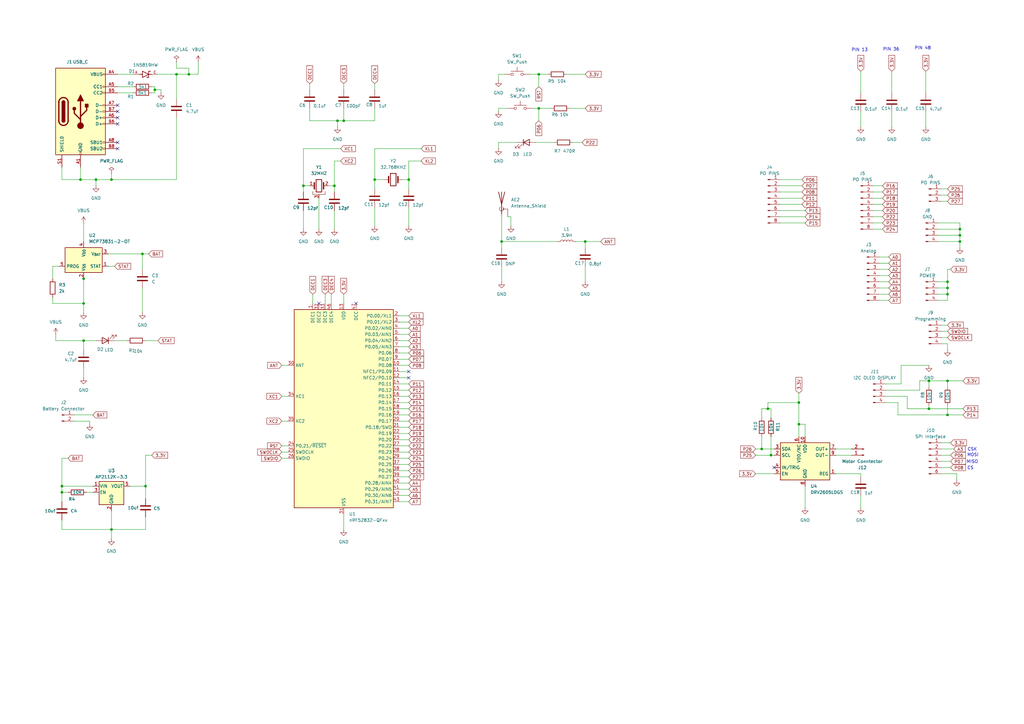
<source format=kicad_sch>
(kicad_sch (version 20231120) (generator "eeschema") (generator_version "8.0")
  (paper "A3")
  (title_block (title "nRF52832 BLE MCU Prototyping Board") (date "2025-01-30") (rev "V1") (company "Hack4Electronics"))
  (junction (at 327.66 173.99))
  (junction (at 167.64 73.66))
  (junction (at 45.72 217.17))
  (junction (at 220.98 44.45))
  (junction (at 33.02 73.66))
  (junction (at 327.66 165.1))
  (junction (at 388.62 115.57))
  (junction (at 388.62 120.65))
  (junction (at 393.7 93.98))
  (junction (at 388.62 170.18))
  (junction (at 59.69 199.39))
  (junction (at 316.23 186.69))
  (junction (at 314.96 167.64))
  (junction (at 205.74 99.06))
  (junction (at 34.29 114.3))
  (junction (at 138.43 49.53))
  (junction (at 77.47 30.48))
  (junction (at 39.37 73.66))
  (junction (at 124.46 76.2))
  (junction (at 381 156.21))
  (junction (at 137.16 76.2))
  (junction (at 63.5 36.83))
  (junction (at 25.4 201.93))
  (junction (at 58.42 104.14))
  (junction (at 72.39 30.48))
  (junction (at 312.42 184.15))
  (junction (at 45.72 73.66))
  (junction (at 153.67 73.66))
  (junction (at 140.97 49.53))
  (junction (at 240.03 99.06))
  (junction (at 25.4 199.39))
  (junction (at 220.98 30.48))
  (junction (at 388.62 118.11))
  (junction (at 34.29 124.46))
  (junction (at 34.29 139.7))
  (junction (at 393.7 99.06))
  (junction (at 393.7 96.52))
  (junction (at 388.62 156.21))
  (junction (at 381 167.64))
  (no_connect (at 167.64 152.4))
  (no_connect (at 48.26 58.42))
  (no_connect (at 146.05 124.46))
  (no_connect (at 48.26 48.26))
  (no_connect (at 167.64 154.94))
  (no_connect (at 317.5 191.77))
  (no_connect (at 48.26 60.96))
  (no_connect (at 130.81 124.46))
  (no_connect (at 48.26 43.18))
  (no_connect (at 48.26 50.8))
  (no_connect (at 48.26 45.72))
  (wire (pts (xy 209.55 88.9) (xy 209.55 92.71)))
  (wire (pts (xy 48.26 30.48) (xy 54.61 30.48)))
  (wire (pts (xy 342.9 184.15) (xy 349.25 184.15)))
  (wire (pts (xy 381 156.21) (xy 381 158.75)))
  (wire (pts (xy 34.29 91.44) (xy 34.29 99.06)))
  (wire (pts (xy 138.43 49.53) (xy 140.97 49.53)))
  (wire (pts (xy 153.67 73.66) (xy 157.48 73.66)))
  (wire (pts (xy 386.08 80.01) (xy 388.62 80.01)))
  (wire (pts (xy 312.42 184.15) (xy 317.5 184.15)))
  (wire (pts (xy 167.64 66.04) (xy 167.64 73.66)))
  (wire (pts (xy 124.46 76.2) (xy 127 76.2)))
  (wire (pts (xy 140.97 210.82) (xy 140.97 217.17)))
  (wire (pts (xy 172.72 60.96) (xy 153.67 60.96)))
  (wire (pts (xy 33.02 68.58) (xy 33.02 73.66)))
  (wire (pts (xy 316.23 167.64) (xy 316.23 171.45)))
  (wire (pts (xy 360.68 118.11) (xy 364.49 118.11)))
  (wire (pts (xy 365.76 45.72) (xy 365.76 52.07)))
  (wire (pts (xy 363.22 162.56) (xy 372.11 162.56)))
  (wire (pts (xy 153.67 34.29) (xy 153.67 36.83)))
  (wire (pts (xy 163.83 170.18) (xy 167.64 170.18)))
  (wire (pts (xy 58.42 118.11) (xy 58.42 128.27)))
  (wire (pts (xy 77.47 30.48) (xy 81.28 30.48)))
  (wire (pts (xy 163.83 160.02) (xy 167.64 160.02)))
  (wire (pts (xy 163.83 177.8) (xy 167.64 177.8)))
  (wire (pts (xy 66.04 38.1) (xy 66.04 36.83)))
  (wire (pts (xy 34.29 113.03) (xy 34.29 114.3)))
  (wire (pts (xy 34.29 124.46) (xy 34.29 128.27)))
  (wire (pts (xy 386.08 135.89) (xy 388.62 135.89)))
  (wire (pts (xy 139.7 60.96) (xy 124.46 60.96)))
  (wire (pts (xy 59.69 186.69) (xy 59.69 199.39)))
  (wire (pts (xy 320.04 81.28) (xy 328.93 81.28)))
  (wire (pts (xy 172.72 66.04) (xy 167.64 66.04)))
  (wire (pts (xy 115.57 185.42) (xy 118.11 185.42)))
  (wire (pts (xy 30.48 170.18) (xy 38.1 170.18)))
  (wire (pts (xy 358.14 86.36) (xy 361.95 86.36)))
  (wire (pts (xy 62.23 38.1) (xy 63.5 38.1)))
  (wire (pts (xy 330.2 173.99) (xy 330.2 179.07)))
  (wire (pts (xy 342.9 186.69) (xy 349.25 186.69)))
  (wire (pts (xy 38.1 199.39) (xy 25.4 199.39)))
  (wire (pts (xy 163.83 157.48) (xy 167.64 157.48)))
  (wire (pts (xy 62.23 186.69) (xy 59.69 186.69)))
  (wire (pts (xy 115.57 182.88) (xy 118.11 182.88)))
  (wire (pts (xy 233.68 44.45) (xy 240.03 44.45)))
  (wire (pts (xy 369.57 149.86) (xy 381 149.86)))
  (wire (pts (xy 53.34 199.39) (xy 59.69 199.39)))
  (wire (pts (xy 63.5 36.83) (xy 63.5 35.56)))
  (wire (pts (xy 163.83 162.56) (xy 167.64 162.56)))
  (wire (pts (xy 386.08 191.77) (xy 389.89 191.77)))
  (wire (pts (xy 137.16 76.2) (xy 137.16 78.74)))
  (wire (pts (xy 163.83 200.66) (xy 167.64 200.66)))
  (wire (pts (xy 135.89 120.65) (xy 135.89 124.46)))
  (wire (pts (xy 312.42 171.45) (xy 312.42 167.64)))
  (wire (pts (xy 163.83 185.42) (xy 167.64 185.42)))
  (wire (pts (xy 327.66 173.99) (xy 327.66 179.07)))
  (wire (pts (xy 163.83 187.96) (xy 167.64 187.96)))
  (wire (pts (xy 21.59 114.3) (xy 21.59 109.22)))
  (wire (pts (xy 72.39 30.48) (xy 77.47 30.48)))
  (wire (pts (xy 220.98 30.48) (xy 220.98 35.56)))
  (wire (pts (xy 327.66 173.99) (xy 330.2 173.99)))
  (wire (pts (xy 360.68 110.49) (xy 364.49 110.49)))
  (wire (pts (xy 45.72 217.17) (xy 45.72 220.98)))
  (wire (pts (xy 33.02 73.66) (xy 39.37 73.66)))
  (wire (pts (xy 137.16 66.04) (xy 139.7 66.04)))
  (wire (pts (xy 320.04 78.74) (xy 328.93 78.74)))
  (wire (pts (xy 327.66 161.29) (xy 327.66 165.1)))
  (wire (pts (xy 46.99 139.7) (xy 52.07 139.7)))
  (wire (pts (xy 163.83 182.88) (xy 167.64 182.88)))
  (wire (pts (xy 34.29 139.7) (xy 34.29 143.51)))
  (wire (pts (xy 163.83 129.54) (xy 167.64 129.54)))
  (wire (pts (xy 386.08 82.55) (xy 388.62 82.55)))
  (wire (pts (xy 163.83 203.2) (xy 167.64 203.2)))
  (wire (pts (xy 320.04 73.66) (xy 328.93 73.66)))
  (wire (pts (xy 368.3 165.1) (xy 368.3 170.18)))
  (wire (pts (xy 35.56 201.93) (xy 38.1 201.93)))
  (wire (pts (xy 45.72 217.17) (xy 59.69 217.17)))
  (wire (pts (xy 388.62 156.21) (xy 394.97 156.21)))
  (wire (pts (xy 358.14 83.82) (xy 361.95 83.82)))
  (wire (pts (xy 388.62 110.49) (xy 389.89 110.49)))
  (wire (pts (xy 66.04 36.83) (xy 63.5 36.83)))
  (wire (pts (xy 72.39 27.94) (xy 77.47 27.94)))
  (wire (pts (xy 316.23 186.69) (xy 317.5 186.69)))
  (wire (pts (xy 353.06 203.2) (xy 353.06 208.28)))
  (wire (pts (xy 208.28 88.9) (xy 209.55 88.9)))
  (wire (pts (xy 163.83 132.08) (xy 167.64 132.08)))
  (wire (pts (xy 163.83 193.04) (xy 167.64 193.04)))
  (wire (pts (xy 205.74 88.9) (xy 205.74 99.06)))
  (wire (pts (xy 314.96 167.64) (xy 316.23 167.64)))
  (wire (pts (xy 360.68 123.19) (xy 364.49 123.19)))
  (wire (pts (xy 377.19 156.21) (xy 381 156.21)))
  (wire (pts (xy 393.7 91.44) (xy 393.7 93.98)))
  (wire (pts (xy 163.83 190.5) (xy 167.64 190.5)))
  (wire (pts (xy 388.62 115.57) (xy 388.62 118.11)))
  (wire (pts (xy 386.08 189.23) (xy 389.89 189.23)))
  (wire (pts (xy 163.83 154.94) (xy 167.64 154.94)))
  (wire (pts (xy 62.23 35.56) (xy 63.5 35.56)))
  (wire (pts (xy 153.67 85.09) (xy 153.67 92.71)))
  (wire (pts (xy 140.97 120.65) (xy 140.97 124.46)))
  (wire (pts (xy 25.4 199.39) (xy 25.4 201.93)))
  (wire (pts (xy 163.83 142.24) (xy 167.64 142.24)))
  (wire (pts (xy 25.4 213.36) (xy 25.4 217.17)))
  (wire (pts (xy 127 44.45) (xy 127 49.53)))
  (wire (pts (xy 163.83 167.64) (xy 167.64 167.64)))
  (wire (pts (xy 163.83 134.62) (xy 167.64 134.62)))
  (wire (pts (xy 153.67 60.96) (xy 153.67 73.66)))
  (wire (pts (xy 127 49.53) (xy 138.43 49.53)))
  (wire (pts (xy 360.68 105.41) (xy 364.49 105.41)))
  (wire (pts (xy 25.4 187.96) (xy 25.4 199.39)))
  (wire (pts (xy 236.22 99.06) (xy 240.03 99.06)))
  (wire (pts (xy 358.14 93.98) (xy 361.95 93.98)))
  (wire (pts (xy 384.81 118.11) (xy 388.62 118.11)))
  (wire (pts (xy 163.83 147.32) (xy 167.64 147.32)))
  (wire (pts (xy 353.06 45.72) (xy 353.06 52.07)))
  (wire (pts (xy 72.39 25.4) (xy 72.39 27.94)))
  (wire (pts (xy 77.47 27.94) (xy 77.47 30.48)))
  (wire (pts (xy 386.08 138.43) (xy 388.62 138.43)))
  (wire (pts (xy 393.7 101.6) (xy 393.7 99.06)))
  (wire (pts (xy 360.68 107.95) (xy 364.49 107.95)))
  (wire (pts (xy 81.28 25.4) (xy 81.28 30.48)))
  (wire (pts (xy 386.08 77.47) (xy 388.62 77.47)))
  (wire (pts (xy 34.29 114.3) (xy 34.29 124.46)))
  (wire (pts (xy 115.57 187.96) (xy 118.11 187.96)))
  (wire (pts (xy 39.37 73.66) (xy 39.37 76.2)))
  (wire (pts (xy 381 167.64) (xy 394.97 167.64)))
  (wire (pts (xy 21.59 124.46) (xy 34.29 124.46)))
  (wire (pts (xy 388.62 156.21) (xy 388.62 158.75)))
  (wire (pts (xy 163.83 195.58) (xy 167.64 195.58)))
  (wire (pts (xy 232.41 30.48) (xy 240.03 30.48)))
  (wire (pts (xy 153.67 73.66) (xy 153.67 77.47)))
  (wire (pts (xy 25.4 217.17) (xy 45.72 217.17)))
  (wire (pts (xy 130.81 81.28) (xy 130.81 93.98)))
  (wire (pts (xy 204.47 44.45) (xy 204.47 45.72)))
  (wire (pts (xy 220.98 44.45) (xy 220.98 49.53)))
  (wire (pts (xy 45.72 73.66) (xy 72.39 73.66)))
  (wire (pts (xy 205.74 109.22) (xy 205.74 115.57)))
  (wire (pts (xy 138.43 49.53) (xy 138.43 52.07)))
  (wire (pts (xy 21.59 109.22) (xy 24.13 109.22)))
  (wire (pts (xy 320.04 91.44) (xy 330.2 91.44)))
  (wire (pts (xy 388.62 140.97) (xy 388.62 143.51)))
  (wire (pts (xy 163.83 205.74) (xy 167.64 205.74)))
  (wire (pts (xy 212.09 58.42) (xy 204.47 58.42)))
  (wire (pts (xy 127 34.29) (xy 127 36.83)))
  (wire (pts (xy 384.81 93.98) (xy 393.7 93.98)))
  (wire (pts (xy 167.64 73.66) (xy 167.64 77.47)))
  (wire (pts (xy 45.72 71.12) (xy 45.72 73.66)))
  (wire (pts (xy 363.22 157.48) (xy 369.57 157.48)))
  (wire (pts (xy 34.29 139.7) (xy 39.37 139.7)))
  (wire (pts (xy 207.01 30.48) (xy 204.47 30.48)))
  (wire (pts (xy 369.57 157.48) (xy 369.57 149.86)))
  (wire (pts (xy 218.44 44.45) (xy 220.98 44.45)))
  (wire (pts (xy 327.66 165.1) (xy 327.66 173.99)))
  (wire (pts (xy 388.62 120.65) (xy 388.62 123.19)))
  (wire (pts (xy 220.98 30.48) (xy 224.79 30.48)))
  (wire (pts (xy 353.06 195.58) (xy 353.06 194.31)))
  (wire (pts (xy 163.83 172.72) (xy 167.64 172.72)))
  (wire (pts (xy 128.27 120.65) (xy 128.27 124.46)))
  (wire (pts (xy 320.04 76.2) (xy 328.93 76.2)))
  (wire (pts (xy 163.83 198.12) (xy 167.64 198.12)))
  (wire (pts (xy 58.42 104.14) (xy 58.42 110.49)))
  (wire (pts (xy 358.14 76.2) (xy 361.95 76.2)))
  (wire (pts (xy 384.81 96.52) (xy 393.7 96.52)))
  (wire (pts (xy 360.68 113.03) (xy 364.49 113.03)))
  (wire (pts (xy 384.81 120.65) (xy 388.62 120.65)))
  (wire (pts (xy 353.06 194.31) (xy 342.9 194.31)))
  (wire (pts (xy 48.26 38.1) (xy 54.61 38.1)))
  (wire (pts (xy 365.76 29.21) (xy 365.76 38.1)))
  (wire (pts (xy 358.14 78.74) (xy 361.95 78.74)))
  (wire (pts (xy 21.59 121.92) (xy 21.59 124.46)))
  (wire (pts (xy 309.88 194.31) (xy 317.5 194.31)))
  (wire (pts (xy 208.28 44.45) (xy 204.47 44.45)))
  (wire (pts (xy 134.62 76.2) (xy 137.16 76.2)))
  (wire (pts (xy 363.22 165.1) (xy 368.3 165.1)))
  (wire (pts (xy 360.68 120.65) (xy 364.49 120.65)))
  (wire (pts (xy 204.47 30.48) (xy 204.47 33.02)))
  (wire (pts (xy 165.1 73.66) (xy 167.64 73.66)))
  (wire (pts (xy 30.48 172.72) (xy 36.83 172.72)))
  (wire (pts (xy 314.96 165.1) (xy 314.96 167.64)))
  (wire (pts (xy 393.7 96.52) (xy 393.7 99.06)))
  (wire (pts (xy 386.08 181.61) (xy 389.89 181.61)))
  (wire (pts (xy 379.73 45.72) (xy 379.73 52.07)))
  (wire (pts (xy 22.86 139.7) (xy 22.86 137.16)))
  (wire (pts (xy 137.16 86.36) (xy 137.16 93.98)))
  (wire (pts (xy 204.47 58.42) (xy 204.47 60.96)))
  (wire (pts (xy 153.67 49.53) (xy 153.67 44.45)))
  (wire (pts (xy 372.11 167.64) (xy 381 167.64)))
  (wire (pts (xy 320.04 86.36) (xy 330.2 86.36)))
  (wire (pts (xy 39.37 73.66) (xy 45.72 73.66)))
  (wire (pts (xy 386.08 133.35) (xy 388.62 133.35)))
  (wire (pts (xy 240.03 109.22) (xy 240.03 115.57)))
  (wire (pts (xy 372.11 162.56) (xy 372.11 167.64)))
  (wire (pts (xy 388.62 118.11) (xy 388.62 120.65)))
  (wire (pts (xy 377.19 160.02) (xy 377.19 156.21)))
  (wire (pts (xy 309.88 184.15) (xy 312.42 184.15)))
  (wire (pts (xy 163.83 149.86) (xy 167.64 149.86)))
  (wire (pts (xy 360.68 115.57) (xy 364.49 115.57)))
  (wire (pts (xy 314.96 165.1) (xy 327.66 165.1)))
  (wire (pts (xy 353.06 29.21) (xy 353.06 38.1)))
  (wire (pts (xy 358.14 88.9) (xy 361.95 88.9)))
  (wire (pts (xy 163.83 152.4) (xy 167.64 152.4)))
  (wire (pts (xy 22.86 139.7) (xy 34.29 139.7)))
  (wire (pts (xy 205.74 99.06) (xy 228.6 99.06)))
  (wire (pts (xy 386.08 186.69) (xy 389.89 186.69)))
  (wire (pts (xy 25.4 201.93) (xy 25.4 205.74)))
  (wire (pts (xy 163.83 175.26) (xy 167.64 175.26)))
  (wire (pts (xy 388.62 166.37) (xy 388.62 170.18)))
  (wire (pts (xy 163.83 180.34) (xy 167.64 180.34)))
  (wire (pts (xy 309.88 186.69) (xy 316.23 186.69)))
  (wire (pts (xy 392.43 194.31) (xy 392.43 196.85)))
  (wire (pts (xy 393.7 93.98) (xy 393.7 96.52)))
  (wire (pts (xy 234.95 58.42) (xy 238.76 58.42)))
  (wire (pts (xy 384.81 123.19) (xy 388.62 123.19)))
  (wire (pts (xy 358.14 91.44) (xy 361.95 91.44)))
  (wire (pts (xy 386.08 184.15) (xy 391.16 184.15)))
  (wire (pts (xy 320.04 88.9) (xy 330.2 88.9)))
  (wire (pts (xy 379.73 29.21) (xy 379.73 38.1)))
  (wire (pts (xy 140.97 34.29) (xy 140.97 36.83)))
  (wire (pts (xy 72.39 30.48) (xy 72.39 40.64)))
  (wire (pts (xy 25.4 68.58) (xy 25.4 73.66)))
  (wire (pts (xy 45.72 209.55) (xy 45.72 217.17)))
  (wire (pts (xy 240.03 99.06) (xy 246.38 99.06)))
  (wire (pts (xy 386.08 194.31) (xy 392.43 194.31)))
  (wire (pts (xy 312.42 167.64) (xy 314.96 167.64)))
  (wire (pts (xy 217.17 30.48) (xy 220.98 30.48)))
  (wire (pts (xy 36.83 172.72) (xy 36.83 173.99)))
  (wire (pts (xy 115.57 149.86) (xy 118.11 149.86)))
  (wire (pts (xy 59.69 212.09) (xy 59.69 217.17)))
  (wire (pts (xy 384.81 91.44) (xy 393.7 91.44)))
  (wire (pts (xy 34.29 151.13) (xy 34.29 154.94)))
  (wire (pts (xy 368.3 170.18) (xy 388.62 170.18)))
  (wire (pts (xy 388.62 170.18) (xy 394.97 170.18)))
  (wire (pts (xy 124.46 76.2) (xy 124.46 78.74)))
  (wire (pts (xy 220.98 44.45) (xy 226.06 44.45)))
  (wire (pts (xy 386.08 140.97) (xy 388.62 140.97)))
  (wire (pts (xy 384.81 115.57) (xy 388.62 115.57)))
  (wire (pts (xy 163.83 137.16) (xy 167.64 137.16)))
  (wire (pts (xy 59.69 199.39) (xy 59.69 204.47)))
  (wire (pts (xy 358.14 81.28) (xy 361.95 81.28)))
  (wire (pts (xy 205.74 99.06) (xy 205.74 101.6)))
  (wire (pts (xy 240.03 99.06) (xy 240.03 101.6)))
  (wire (pts (xy 44.45 104.14) (xy 58.42 104.14)))
  (wire (pts (xy 163.83 144.78) (xy 167.64 144.78)))
  (wire (pts (xy 167.64 85.09) (xy 167.64 92.71)))
  (wire (pts (xy 25.4 73.66) (xy 33.02 73.66)))
  (wire (pts (xy 64.77 30.48) (xy 72.39 30.48)))
  (wire (pts (xy 330.2 199.39) (xy 330.2 208.28)))
  (wire (pts (xy 63.5 38.1) (xy 63.5 36.83)))
  (wire (pts (xy 388.62 115.57) (xy 388.62 110.49)))
  (wire (pts (xy 137.16 76.2) (xy 137.16 66.04)))
  (wire (pts (xy 27.94 187.96) (xy 25.4 187.96)))
  (wire (pts (xy 363.22 160.02) (xy 377.19 160.02)))
  (wire (pts (xy 163.83 165.1) (xy 167.64 165.1)))
  (wire (pts (xy 58.42 104.14) (xy 60.96 104.14)))
  (wire (pts (xy 316.23 179.07) (xy 316.23 186.69)))
  (wire (pts (xy 312.42 179.07) (xy 312.42 184.15)))
  (wire (pts (xy 163.83 139.7) (xy 167.64 139.7)))
  (wire (pts (xy 48.26 35.56) (xy 54.61 35.56)))
  (wire (pts (xy 381 166.37) (xy 381 167.64)))
  (wire (pts (xy 27.94 201.93) (xy 25.4 201.93)))
  (wire (pts (xy 59.69 139.7) (xy 64.77 139.7)))
  (wire (pts (xy 384.81 99.06) (xy 393.7 99.06)))
  (wire (pts (xy 140.97 44.45) (xy 140.97 49.53)))
  (wire (pts (xy 124.46 60.96) (xy 124.46 76.2)))
  (wire (pts (xy 44.45 109.22) (xy 46.99 109.22)))
  (wire (pts (xy 72.39 73.66) (xy 72.39 48.26)))
  (wire (pts (xy 320.04 83.82) (xy 328.93 83.82)))
  (wire (pts (xy 124.46 86.36) (xy 124.46 93.98)))
  (wire (pts (xy 140.97 49.53) (xy 153.67 49.53)))
  (wire (pts (xy 381 156.21) (xy 388.62 156.21)))
  (wire (pts (xy 133.35 120.65) (xy 133.35 124.46)))
  (wire (pts (xy 115.57 172.72) (xy 118.11 172.72)))
  (wire (pts (xy 115.57 162.56) (xy 118.11 162.56)))
  (wire (pts (xy 219.71 58.42) (xy 227.33 58.42)))
  (text "MISO\n" (at 398.78 189.484 0) (effects (font (size 1.27 1.27))))
  (text "MOSI\n" (at 399.034 186.69 0) (effects (font (size 1.27 1.27))))
  (text "CS\n" (at 398.018 192.024 0) (effects (font (size 1.27 1.27))))
  (text "PIN 36\n" (at 365.506 20.32 0) (effects (font (size 1.27 1.27))))
  (text "PIN 13 " (at 353.06 20.574 0) (effects (font (size 1.27 1.27))))
  (text "CSK\n" (at 398.78 184.404 0) (effects (font (size 1.27 1.27))))
  (text "PIN 48\n" (at 378.46 19.812 0) (effects (font (size 1.27 1.27))))
  (global_label "DEC1" (shape input) (at 127 34.29 90) (property "Intersheetrefs" "${INTERSHEET_REFS}" (effects (hide yes))))
  (global_label "P19" (shape input) (at 167.64 177.8 0) (property "Intersheetrefs" "${INTERSHEET_REFS}" (effects (hide yes))))
  (global_label "3.3V" (shape input) (at 388.62 133.35 0) (property "Intersheetrefs" "${INTERSHEET_REFS}" (effects (hide yes))))
  (global_label "P18" (shape input) (at 361.95 81.28 0) (property "Intersheetrefs" "${INTERSHEET_REFS}" (effects (hide yes))))
  (global_label "P13" (shape input) (at 167.64 162.56 0) (property "Intersheetrefs" "${INTERSHEET_REFS}" (effects (hide yes))))
  (global_label "3.3V" (shape input) (at 353.06 29.21 90) (property "Intersheetrefs" "${INTERSHEET_REFS}" (effects (hide yes))))
  (global_label "XC2" (shape input) (at 139.7 66.04 0) (property "Intersheetrefs" "${INTERSHEET_REFS}" (effects (hide yes))))
  (global_label "A6" (shape input) (at 364.49 120.65 0) (property "Intersheetrefs" "${INTERSHEET_REFS}" (effects (hide yes))))
  (global_label "3.3V" (shape input) (at 309.88 194.31 180) (property "Intersheetrefs" "${INTERSHEET_REFS}" (effects (hide yes))))
  (global_label "BAT" (shape input) (at 60.96 104.14 0) (property "Intersheetrefs" "${INTERSHEET_REFS}" (effects (hide yes))))
  (global_label "A3" (shape input) (at 167.64 142.24 0) (property "Intersheetrefs" "${INTERSHEET_REFS}" (effects (hide yes))))
  (global_label "P06" (shape input) (at 167.64 144.78 0) (property "Intersheetrefs" "${INTERSHEET_REFS}" (effects (hide yes))))
  (global_label "P20" (shape input) (at 361.95 86.36 0) (property "Intersheetrefs" "${INTERSHEET_REFS}" (effects (hide yes))))
  (global_label "P22" (shape input) (at 167.64 182.88 0) (property "Intersheetrefs" "${INTERSHEET_REFS}" (effects (hide yes))))
  (global_label "P22" (shape input) (at 238.76 58.42 0) (property "Intersheetrefs" "${INTERSHEET_REFS}" (effects (hide yes))))
  (global_label "DEC4" (shape input) (at 153.67 34.29 90) (property "Intersheetrefs" "${INTERSHEET_REFS}" (effects (hide yes))))
  (global_label "P14" (shape input) (at 330.2 88.9 0) (property "Intersheetrefs" "${INTERSHEET_REFS}" (effects (hide yes))))
  (global_label "P26" (shape input) (at 167.64 193.04 0) (property "Intersheetrefs" "${INTERSHEET_REFS}" (effects (hide yes))))
  (global_label "DEC3" (shape input) (at 133.35 120.65 90) (property "Intersheetrefs" "${INTERSHEET_REFS}" (effects (hide yes))))
  (global_label "P16" (shape input) (at 361.95 76.2 0) (property "Intersheetrefs" "${INTERSHEET_REFS}" (effects (hide yes))))
  (global_label "SWDIO" (shape input) (at 115.57 187.96 180) (property "Intersheetrefs" "${INTERSHEET_REFS}" (effects (hide yes))))
  (global_label "A1" (shape input) (at 364.49 107.95 0) (property "Intersheetrefs" "${INTERSHEET_REFS}" (effects (hide yes))))
  (global_label "XC1" (shape input) (at 115.57 162.56 180) (property "Intersheetrefs" "${INTERSHEET_REFS}" (effects (hide yes))))
  (global_label "P20" (shape input) (at 167.64 180.34 0) (property "Intersheetrefs" "${INTERSHEET_REFS}" (effects (hide yes))))
  (global_label "P06" (shape input) (at 220.98 49.53 270) (property "Intersheetrefs" "${INTERSHEET_REFS}" (effects (hide yes))))
  (global_label "3.3V" (shape input) (at 389.89 110.49 0) (property "Intersheetrefs" "${INTERSHEET_REFS}" (effects (hide yes))))
  (global_label "XL2" (shape input) (at 172.72 66.04 0) (property "Intersheetrefs" "${INTERSHEET_REFS}" (effects (hide yes))))
  (global_label "P27" (shape input) (at 388.62 82.55 0) (property "Intersheetrefs" "${INTERSHEET_REFS}" (effects (hide yes))))
  (global_label "STAT" (shape input) (at 46.99 109.22 0) (property "Intersheetrefs" "${INTERSHEET_REFS}" (effects (hide yes))))
  (global_label "P25" (shape input) (at 309.88 186.69 180) (property "Intersheetrefs" "${INTERSHEET_REFS}" (effects (hide yes))))
  (global_label "P07" (shape input) (at 389.89 189.23 0) (property "Intersheetrefs" "${INTERSHEET_REFS}" (effects (hide yes))))
  (global_label "3.3V" (shape input) (at 240.03 44.45 0) (property "Intersheetrefs" "${INTERSHEET_REFS}" (effects (hide yes))))
  (global_label "P08" (shape input) (at 389.89 191.77 0) (property "Intersheetrefs" "${INTERSHEET_REFS}" (effects (hide yes))))
  (global_label "P24" (shape input) (at 361.95 93.98 0) (property "Intersheetrefs" "${INTERSHEET_REFS}" (effects (hide yes))))
  (global_label "P17" (shape input) (at 361.95 78.74 0) (property "Intersheetrefs" "${INTERSHEET_REFS}" (effects (hide yes))))
  (global_label "P12" (shape input) (at 328.93 83.82 0) (property "Intersheetrefs" "${INTERSHEET_REFS}" (effects (hide yes))))
  (global_label "P14" (shape input) (at 394.97 170.18 0) (property "Intersheetrefs" "${INTERSHEET_REFS}" (effects (hide yes))))
  (global_label "DEC3" (shape input) (at 140.97 34.29 90) (property "Intersheetrefs" "${INTERSHEET_REFS}" (effects (hide yes))))
  (global_label "P06" (shape input) (at 389.89 186.69 0) (property "Intersheetrefs" "${INTERSHEET_REFS}" (effects (hide yes))))
  (global_label "P15" (shape input) (at 167.64 167.64 0) (property "Intersheetrefs" "${INTERSHEET_REFS}" (effects (hide yes))))
  (global_label "3.3V" (shape input) (at 140.97 120.65 90) (property "Intersheetrefs" "${INTERSHEET_REFS}" (effects (hide yes))))
  (global_label "A4" (shape input) (at 167.64 198.12 0) (property "Intersheetrefs" "${INTERSHEET_REFS}" (effects (hide yes))))
  (global_label "P25" (shape input) (at 167.64 190.5 0) (property "Intersheetrefs" "${INTERSHEET_REFS}" (effects (hide yes))))
  (global_label "P18" (shape input) (at 167.64 175.26 0) (property "Intersheetrefs" "${INTERSHEET_REFS}" (effects (hide yes))))
  (global_label "P23" (shape input) (at 167.64 185.42 0) (property "Intersheetrefs" "${INTERSHEET_REFS}" (effects (hide yes))))
  (global_label "STAT" (shape input) (at 64.77 139.7 0) (property "Intersheetrefs" "${INTERSHEET_REFS}" (effects (hide yes))))
  (global_label "P25" (shape input) (at 388.62 77.47 0) (property "Intersheetrefs" "${INTERSHEET_REFS}" (effects (hide yes))))
  (global_label "P15" (shape input) (at 330.2 91.44 0) (property "Intersheetrefs" "${INTERSHEET_REFS}" (effects (hide yes))))
  (global_label "XC2" (shape input) (at 115.57 172.72 180) (property "Intersheetrefs" "${INTERSHEET_REFS}" (effects (hide yes))))
  (global_label "P26" (shape input) (at 309.88 184.15 180) (property "Intersheetrefs" "${INTERSHEET_REFS}" (effects (hide yes))))
  (global_label "3.3V" (shape input) (at 62.23 186.69 0) (property "Intersheetrefs" "${INTERSHEET_REFS}" (effects (hide yes))))
  (global_label "A5" (shape input) (at 364.49 118.11 0) (property "Intersheetrefs" "${INTERSHEET_REFS}" (effects (hide yes))))
  (global_label "3.3V" (shape input) (at 327.66 161.29 90) (property "Intersheetrefs" "${INTERSHEET_REFS}" (effects (hide yes))))
  (global_label "DEC1" (shape input) (at 128.27 120.65 90) (property "Intersheetrefs" "${INTERSHEET_REFS}" (effects (hide yes))))
  (global_label "3.3V" (shape input) (at 365.76 29.21 90) (property "Intersheetrefs" "${INTERSHEET_REFS}" (effects (hide yes))))
  (global_label "P08" (shape input) (at 167.64 149.86 0) (property "Intersheetrefs" "${INTERSHEET_REFS}" (effects (hide yes))))
  (global_label "XC1" (shape input) (at 139.7 60.96 0) (property "Intersheetrefs" "${INTERSHEET_REFS}" (effects (hide yes))))
  (global_label "A0" (shape input) (at 167.64 134.62 0) (property "Intersheetrefs" "${INTERSHEET_REFS}" (effects (hide yes))))
  (global_label "P08" (shape input) (at 328.93 78.74 0) (property "Intersheetrefs" "${INTERSHEET_REFS}" (effects (hide yes))))
  (global_label "SWDCLK" (shape input) (at 115.57 185.42 180) (property "Intersheetrefs" "${INTERSHEET_REFS}" (effects (hide yes))))
  (global_label "XL1" (shape input) (at 172.72 60.96 0) (property "Intersheetrefs" "${INTERSHEET_REFS}" (effects (hide yes))))
  (global_label "P17" (shape input) (at 167.64 172.72 0) (property "Intersheetrefs" "${INTERSHEET_REFS}" (effects (hide yes))))
  (global_label "ANT" (shape input) (at 246.38 99.06 0) (property "Intersheetrefs" "${INTERSHEET_REFS}" (effects (hide yes))))
  (global_label "RST" (shape input) (at 220.98 35.56 270) (property "Intersheetrefs" "${INTERSHEET_REFS}" (effects (hide yes))))
  (global_label "P06" (shape input) (at 328.93 73.66 0) (property "Intersheetrefs" "${INTERSHEET_REFS}" (effects (hide yes))))
  (global_label "A2" (shape input) (at 364.49 110.49 0) (property "Intersheetrefs" "${INTERSHEET_REFS}" (effects (hide yes))))
  (global_label "RST" (shape input) (at 115.57 182.88 180) (property "Intersheetrefs" "${INTERSHEET_REFS}" (effects (hide yes))))
  (global_label "P23" (shape input) (at 361.95 91.44 0) (property "Intersheetrefs" "${INTERSHEET_REFS}" (effects (hide yes))))
  (global_label "P11" (shape input) (at 167.64 157.48 0) (property "Intersheetrefs" "${INTERSHEET_REFS}" (effects (hide yes))))
  (global_label "P07" (shape input) (at 167.64 147.32 0) (property "Intersheetrefs" "${INTERSHEET_REFS}" (effects (hide yes))))
  (global_label "A7" (shape input) (at 364.49 123.19 0) (property "Intersheetrefs" "${INTERSHEET_REFS}" (effects (hide yes))))
  (global_label "3.3V" (shape input) (at 389.89 181.61 0) (property "Intersheetrefs" "${INTERSHEET_REFS}" (effects (hide yes))))
  (global_label "P27" (shape input) (at 167.64 195.58 0) (property "Intersheetrefs" "${INTERSHEET_REFS}" (effects (hide yes))))
  (global_label "P11" (shape input) (at 328.93 81.28 0) (property "Intersheetrefs" "${INTERSHEET_REFS}" (effects (hide yes))))
  (global_label "P13" (shape input) (at 394.97 167.64 0) (property "Intersheetrefs" "${INTERSHEET_REFS}" (effects (hide yes))))
  (global_label "3.3V" (shape input) (at 394.97 156.21 0) (property "Intersheetrefs" "${INTERSHEET_REFS}" (effects (hide yes))))
  (global_label "P24" (shape input) (at 167.64 187.96 0) (property "Intersheetrefs" "${INTERSHEET_REFS}" (effects (hide yes))))
  (global_label "ANT" (shape input) (at 115.57 149.86 180) (property "Intersheetrefs" "${INTERSHEET_REFS}" (effects (hide yes))))
  (global_label "3.3V" (shape input) (at 240.03 30.48 0) (property "Intersheetrefs" "${INTERSHEET_REFS}" (effects (hide yes))))
  (global_label "A6" (shape input) (at 167.64 203.2 0) (property "Intersheetrefs" "${INTERSHEET_REFS}" (effects (hide yes))))
  (global_label "A1" (shape input) (at 167.64 137.16 0) (property "Intersheetrefs" "${INTERSHEET_REFS}" (effects (hide yes))))
  (global_label "A0" (shape input) (at 364.49 105.41 0) (property "Intersheetrefs" "${INTERSHEET_REFS}" (effects (hide yes))))
  (global_label "P07" (shape input) (at 328.93 76.2 0) (property "Intersheetrefs" "${INTERSHEET_REFS}" (effects (hide yes))))
  (global_label "SWDIO" (shape input) (at 388.62 135.89 0) (property "Intersheetrefs" "${INTERSHEET_REFS}" (effects (hide yes))))
  (global_label "BAT" (shape input) (at 27.94 187.96 0) (property "Intersheetrefs" "${INTERSHEET_REFS}" (effects (hide yes))))
  (global_label "P12" (shape input) (at 167.64 160.02 0) (property "Intersheetrefs" "${INTERSHEET_REFS}" (effects (hide yes))))
  (global_label "A2" (shape input) (at 167.64 139.7 0) (property "Intersheetrefs" "${INTERSHEET_REFS}" (effects (hide yes))))
  (global_label "P13" (shape input) (at 330.2 86.36 0) (property "Intersheetrefs" "${INTERSHEET_REFS}" (effects (hide yes))))
  (global_label "SWDCLK" (shape input) (at 388.62 138.43 0) (property "Intersheetrefs" "${INTERSHEET_REFS}" (effects (hide yes))))
  (global_label "A5" (shape input) (at 167.64 200.66 0) (property "Intersheetrefs" "${INTERSHEET_REFS}" (effects (hide yes))))
  (global_label "A3" (shape input) (at 364.49 113.03 0) (property "Intersheetrefs" "${INTERSHEET_REFS}" (effects (hide yes))))
  (global_label "XL2" (shape input) (at 167.64 132.08 0) (property "Intersheetrefs" "${INTERSHEET_REFS}" (effects (hide yes))))
  (global_label "P22" (shape input) (at 361.95 88.9 0) (property "Intersheetrefs" "${INTERSHEET_REFS}" (effects (hide yes))))
  (global_label "P19" (shape input) (at 361.95 83.82 0) (property "Intersheetrefs" "${INTERSHEET_REFS}" (effects (hide yes))))
  (global_label "P26" (shape input) (at 388.62 80.01 0) (property "Intersheetrefs" "${INTERSHEET_REFS}" (effects (hide yes))))
  (global_label "3.3V" (shape input) (at 379.73 29.21 90) (property "Intersheetrefs" "${INTERSHEET_REFS}" (effects (hide yes))))
  (global_label "P14" (shape input) (at 167.64 165.1 0) (property "Intersheetrefs" "${INTERSHEET_REFS}" (effects (hide yes))))
  (global_label "A4" (shape input) (at 364.49 115.57 0) (property "Intersheetrefs" "${INTERSHEET_REFS}" (effects (hide yes))))
  (global_label "P16" (shape input) (at 167.64 170.18 0) (property "Intersheetrefs" "${INTERSHEET_REFS}" (effects (hide yes))))
  (global_label "DEC4" (shape input) (at 135.89 120.65 90) (property "Intersheetrefs" "${INTERSHEET_REFS}" (effects (hide yes))))
  (global_label "XL1" (shape input) (at 167.64 129.54 0) (property "Intersheetrefs" "${INTERSHEET_REFS}" (effects (hide yes))))
  (global_label "A7" (shape input) (at 167.64 205.74 0) (property "Intersheetrefs" "${INTERSHEET_REFS}" (effects (hide yes))))
  (global_label "A3" (shape input) (at 391.16 184.15 0) (property "Intersheetrefs" "${INTERSHEET_REFS}" (effects (hide yes))))
  (global_label "BAT" (shape input) (at 38.1 170.18 0) (property "Intersheetrefs" "${INTERSHEET_REFS}" (effects (hide yes))))
  (symbol (lib_id "power:GND") (at 392.43 196.85 0) (unit 1)
    (property "Reference" "#PWR014" (effects (hide yes)))
    (property "Value" "GND" (at 392.43 201.93 0))
    (property "Description" "Power symbol creates a global label with name \"GND\" , ground" (effects (hide yes)))
  )
  (symbol (lib_id "power:VBUS") (at 81.28 25.4 0) (unit 1)
    (property "Reference" "#PWR023" (effects (hide yes)))
    (property "Value" "VBUS" (at 81.28 20.32 0))
    (property "Description" "Power symbol creates a global label with name \"VBUS\"" (effects (hide yes)))
  )
  (symbol (lib_id "Device:C") (at 379.73 41.91 0) (unit 1)
    (property "Reference" "C15" (at 375.412 44.45 0) (effects (justify left)))
    (property "Value" "4.7uf" (at 381.254 44.704 0) (effects (justify left)))
    (property "Footprint" "Capacitor_SMD:C_1206_3216Metric_Pad1.33x1.80mm_HandSolder" (effects (hide yes)))
    (property "Description" "Unpolarized capacitor" (effects (hide yes)))
  )
  (symbol (lib_id "power:GND") (at 205.74 115.57 0) (unit 1)
    (property "Reference" "#PWR026" (effects (hide yes)))
    (property "Value" "GND" (at 205.74 120.65 0))
    (property "Description" "Power symbol creates a global label with name \"GND\" , ground" (effects (hide yes)))
  )
  (symbol (lib_id "Device:R") (at 316.23 175.26 180) (unit 1)
    (property "Reference" "R11" (at 319.024 175.006 90))
    (property "Value" "10k" (at 316.23 175.26 90))
    (property "Footprint" "Resistor_SMD:R_1206_3216Metric_Pad1.30x1.75mm_HandSolder" (effects (hide yes)))
    (property "Description" "Resistor" (effects (hide yes)))
  )
  (symbol (lib_id "Device:Crystal_GND3") (at 130.81 76.2 0) (unit 1)
    (property "Reference" "Y1" (at 130.81 68.58 0))
    (property "Value" "32MHZ" (at 130.81 71.12 0))
    (property "Footprint" "Oscillator:Oscillator_SMD_Abracon_ASE-4Pin_3.2x2.5mm_HandSoldering" (effects (hide yes)))
    (property "Description" "Three pin crystal, GND on pin 3" (effects (hide yes)))
  )
  (symbol (lib_id "Connector:Conn_01x02_Pin") (at 25.4 170.18 0) (unit 1)
    (property "Reference" "J2" (at 26.035 165.1 0))
    (property "Value" "Battery Connector" (at 26.035 167.64 0))
    (property "Footprint" "Connector_JST:JST_XA_B02B-XASK-1_1x02_P2.50mm_Vertical" (effects (hide yes)))
    (property "Description" "Generic connector, single row, 01x02, script generated" (effects (hide yes)))
  )
  (symbol (lib_id "power:GND") (at 204.47 33.02 0) (unit 1)
    (property "Reference" "#PWR010" (effects (hide yes)))
    (property "Value" "GND" (at 204.47 38.1 0))
    (property "Description" "Power symbol creates a global label with name \"GND\" , ground" (effects (hide yes)))
  )
  (symbol (lib_id "power:GND") (at 39.37 76.2 0) (unit 1)
    (property "Reference" "#PWR01" (effects (hide yes)))
    (property "Value" "GND" (at 39.37 81.28 0))
    (property "Description" "Power symbol creates a global label with name \"GND\" , ground" (effects (hide yes)))
  )
  (symbol (lib_id "Device:R") (at 31.75 201.93 90) (unit 1)
    (property "Reference" "R4" (at 29.464 204.724 90))
    (property "Value" "10K" (at 31.75 201.93 90))
    (property "Footprint" "Resistor_SMD:R_1206_3216Metric_Pad1.30x1.75mm_HandSolder" (effects (hide yes)))
    (property "Description" "Resistor" (effects (hide yes)))
  )
  (symbol (lib_id "MCU_Nordic:nRF52832-QFxx") (at 140.97 167.64 0) (unit 1)
    (property "Reference" "U1" (at 143.1641 210.82 0) (effects (justify left)))
    (property "Value" "nRF52832-QFxx" (at 143.1641 213.36 0) (effects (justify left)))
    (property "Footprint" "Package_DFN_QFN:QFN-48-1EP_6x6mm_P0.4mm_EP4.6x4.6mm" (effects (hide yes)))
    (property "Datasheet" "http://infocenter.nordicsemi.com/pdf/nRF52832_PS_v1.4.pdf" (effects (hide yes)))
    (property "Description" "Multiprotocol BLE/2.4GHz Cortex-M4 SoC, QFN-48" (effects (hide yes)))
  )
  (symbol (lib_id "power:VBUS") (at 22.86 137.16 0) (unit 1)
    (property "Reference" "#PWR025" (effects (hide yes)))
    (property "Value" "VBUS" (at 22.86 132.08 0))
    (property "Description" "Power symbol creates a global label with name \"VBUS\"" (effects (hide yes)))
  )
  (symbol (lib_id "power:PWR_FLAG") (at 45.72 71.12 0) (unit 1)
    (property "Reference" "#FLG01" (effects (hide yes)))
    (property "Value" "PWR_FLAG" (at 45.72 66.04 0))
    (property "Description" "Special symbol for telling ERC where power comes from" (effects (hide yes)))
  )
  (symbol (lib_id "1N5819HW-7-F:1N5819HW-7-F") (at 59.69 30.48 0) (unit 1)
    (property "Reference" "D1" (at 54.102 29.21 0))
    (property "Value" "1N5819HW" (at 59.69 26.67 0))
    (property "Footprint" "1N5819HW-7-F:SOD3715X145N" (effects (hide yes)))
    (property "MF" "Diodes Inc." (effects (hide yes)))
    (property "Description_1" "\n                        \n                            Diode Schottky 1A 40V SOD123 | Diodes Inc 1N5819HW-7-F\n                        \n" (effects (hide yes)))
    (property "Package" "SOD-123 Fairchild Semiconductor" (effects (hide yes)))
    (property "Price" "None" (effects (hide yes)))
    (property "Check_prices" "https://www.snapeda.com/parts/1N5819HW-7-F/Diodes+Inc./view-part/?ref=eda" (effects (hide yes)))
    (property "STANDARD" "IPC-7351B" (effects (hide yes)))
    (property "PARTREV" "18-2" (effects (hide yes)))
    (property "SnapEDA_Link" "https://www.snapeda.com/parts/1N5819HW-7-F/Diodes+Inc./view-part/?ref=snap" (effects (hide yes)))
    (property "MP" "1N5819HW-7-F" (effects (hide yes)))
    (property "Availability" "In Stock" (effects (hide yes)))
    (property "MANUFACTURER" "Diodes Inc." (effects (hide yes)))
  )
  (symbol (lib_id "power:GND") (at 353.06 208.28 0) (unit 1)
    (property "Reference" "#PWR032" (effects (hide yes)))
    (property "Value" "GND" (at 353.06 213.36 0))
    (property "Description" "Power symbol creates a global label with name \"GND\" , ground" (effects (hide yes)))
  )
  (symbol (lib_id "power:GND") (at 58.42 128.27 0) (unit 1)
    (property "Reference" "#PWR04" (effects (hide yes)))
    (property "Value" "GND" (at 58.42 133.35 0))
    (property "Description" "Power symbol creates a global label with name \"GND\" , ground" (effects (hide yes)))
  )
  (symbol (lib_id "Regulator_Linear:AP2112K-3.3") (at 45.72 201.93 0) (unit 1)
    (property "Reference" "U3" (at 45.72 193.04 0))
    (property "Value" "AP2112K-3.3" (at 45.72 195.58 0))
    (property "Footprint" "Package_TO_SOT_SMD:SOT-23-5_HandSoldering" (effects (hide yes)))
    (property "Datasheet" "https://www.diodes.com/assets/Datasheets/AP2112.pdf" (effects (hide yes)))
    (property "Description" "600mA low dropout linear regulator, with enable pin, 3.8V-6V input voltage range, 3.3V fixed positive output, SOT-23-5" (effects (hide yes)))
  )
  (symbol (lib_id "Battery_Management:MCP73831-2-OT") (at 34.29 106.68 0) (unit 1)
    (property "Reference" "U2" (at 36.4841 96.52 0) (effects (justify left)))
    (property "Value" "MCP73831-2-OT" (at 36.4841 99.06 0) (effects (justify left)))
    (property "Footprint" "Package_TO_SOT_SMD:SOT-23-5_HandSoldering" (effects (hide yes)))
    (property "Datasheet" "http://ww1.microchip.com/downloads/en/DeviceDoc/20001984g.pdf" (effects (hide yes)))
    (property "Description" "Single cell, Li-Ion/Li-Po charge management controller, 4.20V, Tri-State Status Output, in SOT23-5 package" (effects (hide yes)))
  )
  (symbol (lib_id "Device:C") (at 140.97 40.64 0) (unit 1)
    (property "Reference" "C7" (at 137.414 43.18 0) (effects (justify left)))
    (property "Value" "100pF" (at 141.986 43.434 0) (effects (justify left)))
    (property "Footprint" "Capacitor_SMD:C_1206_3216Metric_Pad1.33x1.80mm_HandSolder" (effects (hide yes)))
    (property "Description" "Unpolarized capacitor" (effects (hide yes)))
  )
  (symbol (lib_id "Driver_Haptic:DRV2605LDGS") (at 330.2 189.23 0) (unit 1)
    (property "Reference" "U4" (at 332.3941 199.39 0) (effects (justify left)))
    (property "Value" "DRV2605LDGS" (at 332.3941 201.93 0) (effects (justify left)))
    (property "Footprint" "Package_SO:VSSOP-10_3x3mm_P0.5mm" (effects (hide yes)))
    (property "Datasheet" "http://www.ti.com/lit/ds/symlink/drv2605l.pdf" (effects (hide yes)))
    (property "Description" "Haptic driver for LRAs and ERMs with effect library, 2-5.2V, VSSOP-10" (effects (hide yes)))
  )
  (symbol (lib_id "Device:C") (at 353.06 199.39 0) (unit 1)
    (property "Reference" "C18" (at 348.742 201.93 0) (effects (justify left)))
    (property "Value" "1uf" (at 354.584 202.184 0) (effects (justify left)))
    (property "Footprint" "Capacitor_SMD:C_1206_3216Metric_Pad1.33x1.80mm_HandSolder" (effects (hide yes)))
    (property "Description" "Unpolarized capacitor" (effects (hide yes)))
  )
  (symbol (lib_id "power:GND") (at 204.47 45.72 0) (unit 1)
    (property "Reference" "#PWR011" (effects (hide yes)))
    (property "Value" "GND" (at 204.47 50.8 0))
    (property "Description" "Power symbol creates a global label with name \"GND\" , ground" (effects (hide yes)))
  )
  (symbol (lib_id "Connector:Conn_01x04_Pin") (at 379.73 93.98 0) (unit 1)
    (property "Reference" "J8" (at 380.365 86.36 0))
    (property "Value" "GND" (at 380.365 88.9 0))
    (property "Footprint" "Connector_JST:JST_EH_B4B-EH-A_1x04_P2.50mm_Vertical" (effects (hide yes)))
    (property "Description" "Generic connector, single row, 01x04, script generated" (effects (hide yes)))
  )
  (symbol (lib_id "power:GND") (at 379.73 52.07 0) (unit 1)
    (property "Reference" "#PWR017" (effects (hide yes)))
    (property "Value" "GND" (at 379.73 57.15 0))
    (property "Description" "Power symbol creates a global label with name \"GND\" , ground" (effects (hide yes)))
  )
  (symbol (lib_id "Device:C") (at 205.74 105.41 0) (unit 1)
    (property "Reference" "C16" (at 201.422 107.95 0) (effects (justify left)))
    (property "Value" "DNP" (at 207.264 108.204 0) (effects (justify left)))
    (property "Footprint" "Capacitor_SMD:C_1206_3216Metric_Pad1.33x1.80mm_HandSolder" (effects (hide yes)))
    (property "Description" "Unpolarized capacitor" (effects (hide yes)))
  )
  (symbol (lib_id "Switch:SW_Push") (at 212.09 30.48 0) (unit 1)
    (property "Reference" "SW1" (at 212.09 22.86 0))
    (property "Value" "SW_Push" (at 212.09 25.4 0))
    (property "Footprint" "Button_Switch_SMD:SW_Tactile_SPST_NO_Straight_CK_PTS636Sx25SMTRLFS" (effects (hide yes)))
    (property "Description" "Push button switch, generic, two pins" (effects (hide yes)))
  )
  (symbol (lib_id "power:GND") (at 130.81 93.98 0) (unit 1)
    (property "Reference" "#PWR013" (effects (hide yes)))
    (property "Value" "GND" (at 130.81 99.06 0))
    (property "Description" "Power symbol creates a global label with name \"GND\" , ground" (effects (hide yes)))
  )
  (symbol (lib_id "Device:C") (at 34.29 147.32 0) (unit 1)
    (property "Reference" "C2" (at 27.686 145.034 0) (effects (justify left)))
    (property "Value" "4.7uf" (at 26.416 147.574 0) (effects (justify left)))
    (property "Footprint" "Capacitor_SMD:C_1206_3216Metric_Pad1.33x1.80mm_HandSolder" (effects (hide yes)))
    (property "Description" "Unpolarized capacitor" (effects (hide yes)))
  )
  (symbol (lib_id "Device:C") (at 365.76 41.91 0) (unit 1)
    (property "Reference" "C14" (at 361.442 44.45 0) (effects (justify left)))
    (property "Value" "0.1uf" (at 367.284 44.704 0) (effects (justify left)))
    (property "Footprint" "Capacitor_SMD:C_1206_3216Metric_Pad1.33x1.80mm_HandSolder" (effects (hide yes)))
    (property "Description" "Unpolarized capacitor" (effects (hide yes)))
  )
  (symbol (lib_id "power:GND") (at 353.06 52.07 0) (unit 1)
    (property "Reference" "#PWR015" (effects (hide yes)))
    (property "Value" "GND" (at 353.06 57.15 0))
    (property "Description" "Power symbol creates a global label with name \"GND\" , ground" (effects (hide yes)))
  )
  (symbol (lib_id "power:PWR_FLAG") (at 72.39 25.4 0) (unit 1)
    (property "Reference" "#FLG02" (effects (hide yes)))
    (property "Value" "PWR_FLAG" (at 72.39 20.32 0))
    (property "Description" "Special symbol for telling ERC where power comes from" (effects (hide yes)))
  )
  (symbol (lib_id "Device:C") (at 59.69 208.28 0) (unit 1)
    (property "Reference" "C5" (at 62.992 208.534 0) (effects (justify left)))
    (property "Value" "10uf" (at 52.324 208.28 0) (effects (justify left)))
    (property "Footprint" "Capacitor_SMD:C_1206_3216Metric_Pad1.33x1.80mm_HandSolder" (effects (hide yes)))
    (property "Description" "Unpolarized capacitor" (effects (hide yes)))
  )
  (symbol (lib_id "Device:C") (at 137.16 82.55 0) (unit 1)
    (property "Reference" "C10" (at 132.842 85.09 0) (effects (justify left)))
    (property "Value" "12pf" (at 138.684 85.344 0) (effects (justify left)))
    (property "Footprint" "Capacitor_SMD:C_1206_3216Metric_Pad1.33x1.80mm_HandSolder" (effects (hide yes)))
    (property "Description" "Unpolarized capacitor" (effects (hide yes)))
  )
  (symbol (lib_id "Switch:SW_Push") (at 213.36 44.45 0) (unit 1)
    (property "Reference" "SW2" (at 213.36 36.83 0))
    (property "Value" "SW_Push" (at 213.36 39.37 0))
    (property "Footprint" "Button_Switch_SMD:SW_Tactile_SPST_NO_Straight_CK_PTS636Sx25SMTRLFS" (effects (hide yes)))
    (property "Description" "Push button switch, generic, two pins" (effects (hide yes)))
  )
  (symbol (lib_id "power:GND") (at 388.62 143.51 0) (unit 1)
    (property "Reference" "#PWR028" (effects (hide yes)))
    (property "Value" "GND" (at 388.62 148.59 0))
    (property "Description" "Power symbol creates a global label with name \"GND\" , ground" (effects (hide yes)))
  )
  (symbol (lib_id "Connector:USB_C_Receptacle_USB2.0_16P") (at 33.02 45.72 0) (unit 1)
    (property "Reference" "J1" (at 28.448 25.4 0))
    (property "Value" "USB_C" (at 33.02 25.4 0))
    (property "Footprint" "Connector_USB:USB_C_Receptacle_GCT_USB4085" (effects (hide yes)))
    (property "Datasheet" "https://www.usb.org/sites/default/files/documents/usb_type-c.zip" (effects (hide yes)))
    (property "Description" "USB 2.0-only 16P Type-C Receptacle connector" (effects (hide yes)))
  )
  (symbol (lib_id "power:GND") (at 240.03 115.57 0) (unit 1)
    (property "Reference" "#PWR027" (effects (hide yes)))
    (property "Value" "GND" (at 240.03 120.65 0))
    (property "Description" "Power symbol creates a global label with name \"GND\" , ground" (effects (hide yes)))
  )
  (symbol (lib_id "Device:R") (at 229.87 44.45 270) (unit 1)
    (property "Reference" "R6" (at 227.584 46.99 90))
    (property "Value" "10k" (at 231.394 46.99 90))
    (property "Footprint" "Resistor_SMD:R_1206_3216Metric_Pad1.30x1.75mm_HandSolder" (effects (hide yes)))
    (property "Description" "Resistor" (effects (hide yes)))
  )
  (symbol (lib_id "Device:C") (at 153.67 81.28 0) (unit 1)
    (property "Reference" "C11" (at 149.352 83.82 0) (effects (justify left)))
    (property "Value" "12pf" (at 155.194 84.074 0) (effects (justify left)))
    (property "Footprint" "Capacitor_SMD:C_1206_3216Metric_Pad1.33x1.80mm_HandSolder" (effects (hide yes)))
    (property "Description" "Unpolarized capacitor" (effects (hide yes)))
  )
  (symbol (lib_id "power:GND") (at 167.64 92.71 0) (unit 1)
    (property "Reference" "#PWR021" (effects (hide yes)))
    (property "Value" "GND" (at 167.64 97.79 0))
    (property "Description" "Power symbol creates a global label with name \"GND\" , ground" (effects (hide yes)))
  )
  (symbol (lib_id "Device:L") (at 232.41 99.06 90) (unit 1)
    (property "Reference" "L1" (at 232.41 93.98 90))
    (property "Value" "3.9H" (at 232.41 96.52 90))
    (property "Footprint" "Inductor_SMD:L_1206_3216Metric_Pad1.22x1.90mm_HandSolder" (effects (hide yes)))
    (property "Description" "Inductor" (effects (hide yes)))
  )
  (symbol (lib_id "Connector:Conn_01x08_Pin") (at 353.06 83.82 0) (unit 1)
    (property "Reference" "J5" (at 353.695 71.12 0))
    (property "Value" "PO PINS" (at 353.695 73.66 0))
    (property "Footprint" "Connector_JST:JST_EH_B8B-EH-A_1x08_P2.50mm_Vertical" (effects (hide yes)))
    (property "Description" "Generic connector, single row, 01x08, script generated" (effects (hide yes)))
  )
  (symbol (lib_id "power:GND") (at 137.16 93.98 0) (unit 1)
    (property "Reference" "#PWR019" (effects (hide yes)))
    (property "Value" "GND" (at 137.16 99.06 0))
    (property "Description" "Power symbol creates a global label with name \"GND\" , ground" (effects (hide yes)))
  )
  (symbol (lib_id "Device:C") (at 124.46 82.55 0) (unit 1)
    (property "Reference" "C9" (at 120.142 85.09 0) (effects (justify left)))
    (property "Value" "12pf" (at 125.984 85.344 0) (effects (justify left)))
    (property "Footprint" "Capacitor_SMD:C_1206_3216Metric_Pad1.33x1.80mm_HandSolder" (effects (hide yes)))
    (property "Description" "Unpolarized capacitor" (effects (hide yes)))
  )
  (symbol (lib_id "power:GND") (at 330.2 208.28 0) (unit 1)
    (property "Reference" "#PWR031" (effects (hide yes)))
    (property "Value" "GND" (at 330.2 213.36 0))
    (property "Description" "Power symbol creates a global label with name \"GND\" , ground" (effects (hide yes)))
  )
  (symbol (lib_id "power:GND") (at 34.29 154.94 0) (unit 1)
    (property "Reference" "#PWR05" (effects (hide yes)))
    (property "Value" "GND" (at 34.29 160.02 0))
    (property "Description" "Power symbol creates a global label with name \"GND\" , ground" (effects (hide yes)))
  )
  (symbol (lib_id "Device:R") (at 58.42 38.1 270) (unit 1)
    (property "Reference" "5k1" (at 58.42 38.1 90))
    (property "Value" "R1" (at 53.594 39.624 90))
    (property "Footprint" "Resistor_SMD:R_1206_3216Metric_Pad1.30x1.75mm_HandSolder" (effects (hide yes)))
    (property "Description" "Resistor" (effects (hide yes)))
  )
  (symbol (lib_id "power:GND") (at 393.7 101.6 0) (unit 1)
    (property "Reference" "#PWR022" (effects (hide yes)))
    (property "Value" "GND" (at 393.7 106.68 0))
    (property "Description" "Power symbol creates a global label with name \"GND\" , ground" (effects (hide yes)))
  )
  (symbol (lib_id "Device:C") (at 353.06 41.91 0) (unit 1)
    (property "Reference" "C13" (at 348.742 44.45 0) (effects (justify left)))
    (property "Value" "0.1uf" (at 354.584 44.704 0) (effects (justify left)))
    (property "Footprint" "Capacitor_SMD:C_1206_3216Metric_Pad1.33x1.80mm_HandSolder" (effects (hide yes)))
    (property "Description" "Unpolarized capacitor" (effects (hide yes)))
  )
  (symbol (lib_id "Connector:Conn_01x06_Pin") (at 381 186.69 0) (unit 1)
    (property "Reference" "J10" (at 381.635 176.53 0))
    (property "Value" "SPI Interface" (at 381.635 179.07 0))
    (property "Footprint" "Connector_JST:JST_XA_B06B-XASK-1_1x06_P2.50mm_Vertical" (effects (hide yes)))
    (property "Description" "Generic connector, single row, 01x06, script generated" (effects (hide yes)))
  )
  (symbol (lib_id "power:GND") (at 365.76 52.07 0) (unit 1)
    (property "Reference" "#PWR016" (effects (hide yes)))
    (property "Value" "GND" (at 365.76 57.15 0))
    (property "Description" "Power symbol creates a global label with name \"GND\" , ground" (effects (hide yes)))
  )
  (symbol (lib_id "Device:Antenna_Shield") (at 205.74 83.82 0) (unit 1)
    (property "Reference" "AE2" (at 209.55 81.9149 0) (effects (justify left)))
    (property "Value" "Antenna_Shield" (at 209.55 84.4549 0) (effects (justify left)))
    (property "Footprint" "RF_Antenna:Texas_SWRA117D_2.4GHz_Right" (effects (hide yes)))
    (property "Description" "Antenna with extra pin for shielding" (effects (hide yes)))
  )
  (symbol (lib_id "Device:R") (at 55.88 139.7 90) (unit 1)
    (property "Reference" "R1" (at 54.102 143.764 90))
    (property "Value" "10k" (at 56.642 144.018 90))
    (property "Footprint" "Resistor_SMD:R_1206_3216Metric_Pad1.30x1.75mm_HandSolder" (effects (hide yes)))
    (property "Description" "Resistor" (effects (hide yes)))
  )
  (symbol (lib_id "Device:R") (at 231.14 58.42 270) (unit 1)
    (property "Reference" "R7" (at 228.6 61.976 90))
    (property "Value" "470R" (at 233.426 61.976 90))
    (property "Footprint" "Resistor_SMD:R_1206_3216Metric_Pad1.30x1.75mm_HandSolder" (effects (hide yes)))
    (property "Description" "Resistor" (effects (hide yes)))
  )
  (symbol (lib_id "Device:C") (at 127 40.64 0) (unit 1)
    (property "Reference" "C6" (at 122.682 43.18 0) (effects (justify left)))
    (property "Value" "0.1uf" (at 128.524 43.434 0) (effects (justify left)))
    (property "Footprint" "Capacitor_SMD:C_1206_3216Metric_Pad1.33x1.80mm_HandSolder" (effects (hide yes)))
    (property "Description" "Unpolarized capacitor" (effects (hide yes)))
  )
  (symbol (lib_id "power:GND") (at 34.29 128.27 0) (unit 1)
    (property "Reference" "#PWR03" (effects (hide yes)))
    (property "Value" "GND" (at 34.29 133.35 0))
    (property "Description" "Power symbol creates a global label with name \"GND\" , ground" (effects (hide yes)))
  )
  (symbol (lib_id "Device:R") (at 228.6 30.48 270) (unit 1)
    (property "Reference" "R5" (at 226.06 33.274 90))
    (property "Value" "10k" (at 230.378 33.274 90))
    (property "Footprint" "Resistor_SMD:R_1206_3216Metric_Pad1.30x1.75mm_HandSolder" (effects (hide yes)))
    (property "Description" "Resistor" (effects (hide yes)))
  )
  (symbol (lib_id "power:GND") (at 153.67 92.71 0) (unit 1)
    (property "Reference" "#PWR020" (effects (hide yes)))
    (property "Value" "GND" (at 153.67 97.79 0))
    (property "Description" "Power symbol creates a global label with name \"GND\" , ground" (effects (hide yes)))
  )
  (symbol (lib_id "power:GND") (at 140.97 217.17 0) (unit 1)
    (property "Reference" "#PWR08" (effects (hide yes)))
    (property "Value" "GND" (at 140.97 222.25 0))
    (property "Description" "Power symbol creates a global label with name \"GND\" , ground" (effects (hide yes)))
  )
  (symbol (lib_id "power:GND") (at 138.43 52.07 0) (unit 1)
    (property "Reference" "#PWR012" (effects (hide yes)))
    (property "Value" "GND" (at 138.43 57.15 0))
    (property "Description" "Power symbol creates a global label with name \"GND\" , ground" (effects (hide yes)))
  )
  (symbol (lib_id "Connector:Conn_01x08_Pin") (at 355.6 113.03 0) (unit 1)
    (property "Reference" "J3" (at 356.235 100.33 0))
    (property "Value" "Analog" (at 356.235 102.87 0))
    (property "Footprint" "Connector_JST:JST_EH_B8B-EH-A_1x08_P2.50mm_Vertical" (effects (hide yes)))
    (property "Description" "Generic connector, single row, 01x08, script generated" (effects (hide yes)))
  )
  (symbol (lib_id "power:GND") (at 66.04 38.1 0) (unit 1)
    (property "Reference" "#PWR02" (effects (hide yes)))
    (property "Value" "GND" (at 66.04 43.18 0))
    (property "Description" "Power symbol creates a global label with name \"GND\" , ground" (effects (hide yes)))
  )
  (symbol (lib_id "Connector:Conn_01x02_Pin") (at 354.33 186.69 180) (unit 1)
    (property "Reference" "J12" (at 353.695 191.77 0))
    (property "Value" "Motor Conntector" (at 353.695 189.23 0))
    (property "Footprint" "Connector_JST:JST_XA_B02B-XASK-1_1x02_P2.50mm_Vertical" (effects (hide yes)))
    (property "Description" "Generic connector, single row, 01x02, script generated" (effects (hide yes)))
  )
  (symbol (lib_id "Device:LED") (at 215.9 58.42 0) (unit 1)
    (property "Reference" "D3" (at 211.582 63.246 0))
    (property "Value" "LED" (at 216.408 63.246 0))
    (property "Footprint" "LED_SMD:LED_1206_3216Metric_Pad1.42x1.75mm_HandSolder" (effects (hide yes)))
    (property "Description" "Light emitting diode" (effects (hide yes)))
  )
  (symbol (lib_id "Device:R") (at 58.42 35.56 270) (unit 1)
    (property "Reference" "R2" (at 53.594 34.29 90))
    (property "Value" "5k1" (at 58.674 35.56 90))
    (property "Footprint" "Resistor_SMD:R_1206_3216Metric_Pad1.30x1.75mm_HandSolder" (effects (hide yes)))
    (property "Description" "Resistor" (effects (hide yes)))
  )
  (symbol (lib_id "Connector:Conn_01x04_Pin") (at 379.73 118.11 0) (unit 1)
    (property "Reference" "J7" (at 380.365 110.49 0))
    (property "Value" "POWER" (at 380.365 113.03 0))
    (property "Footprint" "Connector_JST:JST_EH_B4B-EH-A_1x04_P2.50mm_Vertical" (effects (hide yes)))
    (property "Description" "Generic connector, single row, 01x04, script generated" (effects (hide yes)))
  )
  (symbol (lib_id "Device:LED") (at 43.18 139.7 180) (unit 1)
    (property "Reference" "D2" (at 41.148 143.256 0))
    (property "Value" "LED" (at 44.704 143.51 0))
    (property "Footprint" "LED_SMD:LED_1206_3216Metric_Pad1.42x1.75mm_HandSolder" (effects (hide yes)))
    (property "Description" "Light emitting diode" (effects (hide yes)))
  )
  (symbol (lib_id "Connector:Conn_01x03_Pin") (at 381 80.01 0) (unit 1)
    (property "Reference" "J6" (at 381.635 72.39 0))
    (property "Value" "PO PINS" (at 381.635 74.93 0))
    (property "Footprint" "Connector_JST:JST_EH_B3B-EH-A_1x03_P2.50mm_Vertical" (effects (hide yes)))
    (property "Description" "Generic connector, single row, 01x03, script generated" (effects (hide yes)))
  )
  (symbol (lib_id "Device:C") (at 25.4 209.55 0) (unit 1)
    (property "Reference" "C4" (at 28.956 209.55 0) (effects (justify left)))
    (property "Value" "10uf" (at 18.288 209.55 0) (effects (justify left)))
    (property "Footprint" "Capacitor_SMD:C_1206_3216Metric_Pad1.33x1.80mm_HandSolder" (effects (hide yes)))
    (property "Description" "Unpolarized capacitor" (effects (hide yes)))
  )
  (symbol (lib_id "Device:R") (at 381 162.56 180) (unit 1)
    (property "Reference" "R8" (at 378.46 162.052 90))
    (property "Value" "10k" (at 381 162.56 90))
    (property "Footprint" "Resistor_SMD:R_1206_3216Metric_Pad1.30x1.75mm_HandSolder" (effects (hide yes)))
    (property "Description" "Resistor" (effects (hide yes)))
  )
  (symbol (lib_id "power:VBUS") (at 34.29 91.44 0) (unit 1)
    (property "Reference" "#PWR024" (effects (hide yes)))
    (property "Value" "VBUS" (at 34.29 86.36 0))
    (property "Description" "Power symbol creates a global label with name \"VBUS\"" (effects (hide yes)))
  )
  (symbol (lib_id "Device:R") (at 312.42 175.26 180) (unit 1)
    (property "Reference" "R10" (at 309.88 174.752 90))
    (property "Value" "10k" (at 312.42 175.26 90))
    (property "Footprint" "Resistor_SMD:R_1206_3216Metric_Pad1.30x1.75mm_HandSolder" (effects (hide yes)))
    (property "Description" "Resistor" (effects (hide yes)))
  )
  (symbol (lib_id "power:GND") (at 36.83 173.99 0) (unit 1)
    (property "Reference" "#PWR06" (effects (hide yes)))
    (property "Value" "GND" (at 36.83 179.07 0))
    (property "Description" "Power symbol creates a global label with name \"GND\" , ground" (effects (hide yes)))
  )
  (symbol (lib_id "Connector:Conn_01x04_Pin") (at 358.14 160.02 0) (unit 1)
    (property "Reference" "J11" (at 358.775 152.4 0))
    (property "Value" "I2C OLED DISPLAY" (at 358.775 154.94 0))
    (property "Footprint" "Connector_JST:JST_EH_B4B-EH-A_1x04_P2.50mm_Vertical" (effects (hide yes)))
    (property "Description" "Generic connector, single row, 01x04, script generated" (effects (hide yes)))
  )
  (symbol (lib_id "power:GND") (at 209.55 92.71 0) (unit 1)
    (property "Reference" "#PWR030" (effects (hide yes)))
    (property "Value" "GND" (at 209.55 97.79 0))
    (property "Description" "Power symbol creates a global label with name \"GND\" , ground" (effects (hide yes)))
  )
  (symbol (lib_id "Device:C") (at 240.03 105.41 0) (unit 1)
    (property "Reference" "C17" (at 235.712 107.95 0) (effects (justify left)))
    (property "Value" "0.8pf" (at 241.554 108.204 0) (effects (justify left)))
    (property "Footprint" "Capacitor_SMD:C_1206_3216Metric_Pad1.33x1.80mm_HandSolder" (effects (hide yes)))
    (property "Description" "Unpolarized capacitor" (effects (hide yes)))
  )
  (symbol (lib_id "Device:C") (at 58.42 114.3 0) (unit 1)
    (property "Reference" "C3" (at 62.23 113.0299 0) (effects (justify left)))
    (property "Value" "C" (at 62.23 115.5699 0) (effects (justify left)))
    (property "Footprint" "Capacitor_SMD:C_1206_3216Metric_Pad1.33x1.80mm_HandSolder" (effects (hide yes)))
    (property "Description" "Unpolarized capacitor" (effects (hide yes)))
  )
  (symbol (lib_id "Device:Crystal") (at 161.29 73.66 0) (unit 1)
    (property "Reference" "Y2" (at 161.29 66.04 0))
    (property "Value" "32.768KHZ" (at 161.29 68.58 0))
    (property "Footprint" "Crystal:Crystal_SMD_3215-2Pin_3.2x1.5mm" (effects (hide yes)))
    (property "Description" "Two pin crystal" (effects (hide yes)))
  )
  (symbol (lib_id "power:GND") (at 381 149.86 0) (unit 1)
    (property "Reference" "#PWR029" (effects (hide yes)))
    (property "Value" "GND" (at 381 154.94 0))
    (property "Description" "Power symbol creates a global label with name \"GND\" , ground" (effects (hide yes)))
  )
  (symbol (lib_id "Device:R") (at 21.59 118.11 0) (unit 1)
    (property "Reference" "R3" (at 24.13 116.8399 0) (effects (justify left)))
    (property "Value" "2k" (at 24.13 119.3799 0) (effects (justify left)))
    (property "Footprint" "Resistor_SMD:R_1206_3216Metric_Pad1.30x1.75mm_HandSolder" (effects (hide yes)))
    (property "Description" "Resistor" (effects (hide yes)))
  )
  (symbol (lib_id "Connector:Conn_01x08_Pin") (at 314.96 81.28 0) (unit 1)
    (property "Reference" "J4" (at 315.595 68.58 0))
    (property "Value" "PO PINS" (at 315.595 71.12 0))
    (property "Footprint" "Connector_JST:JST_EH_B8B-EH-A_1x08_P2.50mm_Vertical" (effects (hide yes)))
    (property "Description" "Generic connector, single row, 01x08, script generated" (effects (hide yes)))
  )
  (symbol (lib_id "Device:C") (at 167.64 81.28 0) (unit 1)
    (property "Reference" "C12" (at 163.322 83.82 0) (effects (justify left)))
    (property "Value" "12pf" (at 169.164 84.074 0) (effects (justify left)))
    (property "Footprint" "Capacitor_SMD:C_1206_3216Metric_Pad1.33x1.80mm_HandSolder" (effects (hide yes)))
    (property "Description" "Unpolarized capacitor" (effects (hide yes)))
  )
  (symbol (lib_id "power:GND") (at 124.46 93.98 0) (unit 1)
    (property "Reference" "#PWR018" (effects (hide yes)))
    (property "Value" "GND" (at 124.46 99.06 0))
    (property "Description" "Power symbol creates a global label with name \"GND\" , ground" (effects (hide yes)))
  )
  (symbol (lib_id "Device:C") (at 72.39 44.45 0) (unit 1)
    (property "Reference" "C1" (at 76.2 43.1799 0) (effects (justify left)))
    (property "Value" "4.7uf" (at 76.2 45.7199 0) (effects (justify left)))
    (property "Footprint" "Capacitor_SMD:C_1206_3216Metric_Pad1.33x1.80mm_HandSolder" (effects (hide yes)))
    (property "Description" "Unpolarized capacitor" (effects (hide yes)))
  )
  (symbol (lib_id "Device:C") (at 153.67 40.64 0) (unit 1)
    (property "Reference" "C8" (at 150.114 42.926 0) (effects (justify left)))
    (property "Value" "1uf" (at 155.194 43.434 0) (effects (justify left)))
    (property "Footprint" "Capacitor_SMD:C_1206_3216Metric_Pad1.33x1.80mm_HandSolder" (effects (hide yes)))
    (property "Description" "Unpolarized capacitor" (effects (hide yes)))
  )
  (symbol (lib_id "power:GND") (at 45.72 220.98 0) (unit 1)
    (property "Reference" "#PWR07" (effects (hide yes)))
    (property "Value" "GND" (at 45.72 226.06 0))
    (property "Description" "Power symbol creates a global label with name \"GND\" , ground" (effects (hide yes)))
  )
  (symbol (lib_id "power:GND") (at 204.47 60.96 0) (unit 1)
    (property "Reference" "#PWR09" (effects (hide yes)))
    (property "Value" "GND" (at 204.47 66.04 0))
    (property "Description" "Power symbol creates a global label with name \"GND\" , ground" (effects (hide yes)))
  )
  (symbol (lib_id "Connector:Conn_01x04_Pin") (at 381 135.89 0) (unit 1)
    (property "Reference" "J9" (at 381.635 128.27 0))
    (property "Value" "Programming" (at 381.635 130.81 0))
    (property "Footprint" "Connector_JST:JST_EH_B4B-EH-A_1x04_P2.50mm_Vertical" (effects (hide yes)))
    (property "Description" "Generic connector, single row, 01x04, script generated" (effects (hide yes)))
  )
  (symbol (lib_id "Device:R") (at 388.62 162.56 180) (unit 1)
    (property "Reference" "R9" (at 386.08 162.052 90))
    (property "Value" "10k" (at 388.62 162.56 90))
    (property "Footprint" "Resistor_SMD:R_1206_3216Metric_Pad1.30x1.75mm_HandSolder" (effects (hide yes)))
    (property "Description" "Resistor" (effects (hide yes)))
  )
)
</source>
